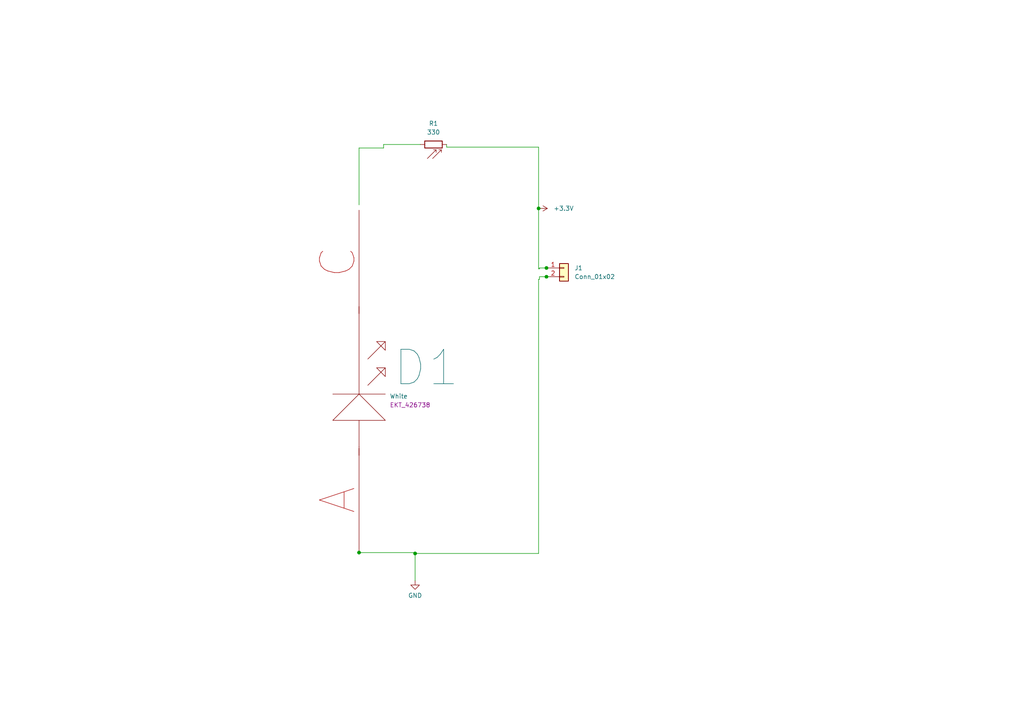
<source format=kicad_sch>
(kicad_sch (version 20230121) (generator eeschema)
  (paper "A4")
  (title_block (title "Robert Feranec Toturial") (date "2024-03-16") (rev "1.0") (comment 1 "https://youtu.be/maaBkw7IRUc?si=05hDTrThkmTYtXXj") (comment 2 "Drawn by: NK"))
  (lib_symbols
    (symbol "Connector_Generic:Conn_01x02" (pin_names (offset 1.016) hide)
      (property "Reference" "J" (at 0 2.54 0))
      (property "Value" "Conn_01x02" (at 0 -5.08 0))
      (symbol "Conn_01x02_1_1"
        (rectangle (start -1.27 -2.413) (end 0 -2.667) (stroke (width 0.1524)))
        (rectangle (start -1.27 0.127) (end 0 -0.127) (stroke (width 0.1524)))
        (rectangle (start -1.27 1.27) (end 1.27 -3.81) (stroke (width 0.254)) (fill (type background)))
        (pin passive line (at -5.08 0 0) (length 3.81) (name "Pin_1") (number "1"))
        (pin passive line (at -5.08 -2.54 0) (length 3.81) (name "Pin_2") (number "2"))
      )
    )
    (symbol "Device:R_Photo" (pin_numbers hide) (pin_names (offset 0))
      (property "Reference" "R" (at 1.27 1.27 0))
      (property "Value" "R_Photo" (at 1.27 0 0))
      (symbol "R_Photo_0_1"
        (rectangle (start -1.016 2.54) (end 1.016 -2.54) (stroke (width 0.254)))
        (polyline (pts (xy -1.524 -2.286) (xy -4.064 0.254)))
        (polyline (pts (xy -1.524 -2.286) (xy -2.286 -2.286)))
        (polyline (pts (xy -1.524 -2.286) (xy -1.524 -1.524)))
        (polyline (pts (xy -1.524 -0.762) (xy -4.064 1.778)))
        (polyline (pts (xy -1.524 -0.762) (xy -2.286 -0.762)))
        (polyline (pts (xy -1.524 -0.762) (xy -1.524 0)))
      )
      (symbol "R_Photo_1_1"
        (pin passive line (at 0 3.81 270) (length 1.27) (name "~") (number "1"))
        (pin passive line (at 0 -3.81 90) (length 1.27) (name "~") (number "2"))
      )
    )
    (symbol "Led project:LED" (pin_names (offset 0) hide)
      (property "Reference" "D1" (at -2.54 8.89 90))
      (property "Value" "White" (at 5.715 8.89 90))
      (property "PN" "EKT_426738" (at 8.255 8.89 90))
      (symbol "LED_0_1"
        (polyline (pts (xy 5.08 -7.62) (xy 5.08 7.62)))
        (polyline (pts (xy 5.08 0) (xy -20.32 0)))
        (polyline (pts (xy 5.08 0) (xy 12.7 7.62)))
        (polyline (pts (xy 10.16 0) (xy 10.16 0)))
        (polyline (pts (xy 20.32 0) (xy 12.7 0)))
        (polyline (pts (xy 20.32 0) (xy 22.86 0)))
        (polyline (pts (xy 12.7 7.62) (xy 12.7 -5.08) (xy 12.7 -7.62) (xy 5.08 0)))
        (polyline (pts (xy -5.08 2.54) (xy -10.16 7.62) (xy -7.62 7.62) (xy -10.16 5.08) (xy -10.16 7.62)))
        (polyline (pts (xy 2.54 2.54) (xy -2.54 7.62) (xy 0 7.62) (xy -2.54 5.08) (xy -2.54 7.62)))
      )
      (symbol "LED_1_0"
        (pin passive line (at -48.26 0 0) (length 30) (name "Cathode") (number "C"))
      )
      (symbol "LED_1_1"
        (pin passive line (at 50.8 0 180) (length 30) (name "Anode") (number "A"))
      )
    )
    (symbol "power:+3.3V" (power) (pin_names (offset 0))
      (property "Value" "+3.3V" (at 0 3.556 0))
      (symbol "+3.3V_0_1"
        (polyline (pts (xy -0.762 1.27) (xy 0 2.54)))
        (polyline (pts (xy 0 0) (xy 0 2.54)))
        (polyline (pts (xy 0 2.54) (xy 0.762 1.27)))
      )
      (symbol "+3.3V_1_1"
        (pin power_in line (at 0 0 90) (length 0) hide (name "+3.3V") (number "1"))
      )
    )
    (symbol "power:GND" (power) (pin_names (offset 0))
      (property "Value" "GND" (at 0 -3.81 0))
      (symbol "GND_0_1"
        (polyline (pts (xy 0 0) (xy 0 -1.27) (xy 1.27 -1.27) (xy 0 -2.54) (xy -1.27 -1.27) (xy 0 -1.27)))
      )
      (symbol "GND_1_1"
        (pin power_in line (at 0 0 270) (length 0) hide (name "GND") (number "1"))
      )
    )
  )
  (junction (at 104.14 160.274))
  (junction (at 156.21 60.452))
  (junction (at 120.396 160.528))
  (junction (at 158.496 80.264))
  (junction (at 158.496 77.724))
  (wire (pts (xy 120.396 160.528) (xy 120.396 160.274)))
  (wire (pts (xy 129.54 41.91) (xy 129.54 42.672)))
  (wire (pts (xy 104.14 42.926) (xy 104.14 59.436)))
  (wire (pts (xy 156.21 81.026) (xy 156.464 81.026)))
  (wire (pts (xy 156.21 42.672) (xy 156.21 60.452)))
  (wire (pts (xy 120.396 168.402) (xy 120.396 160.528)))
  (wire (pts (xy 156.21 160.528) (xy 156.21 81.026)))
  (wire (pts (xy 158.496 80.264) (xy 159.258 80.264)))
  (wire (pts (xy 158.75 77.724) (xy 158.496 77.724)))
  (wire (pts (xy 104.14 160.02) (xy 104.14 160.274)))
  (wire (pts (xy 156.464 77.978) (xy 156.464 77.724)))
  (wire (pts (xy 156.464 81.026) (xy 156.464 80.264)))
  (wire (pts (xy 156.464 77.978) (xy 156.21 77.978)))
  (wire (pts (xy 156.21 60.452) (xy 156.21 77.978)))
  (wire (pts (xy 120.396 160.528) (xy 156.21 160.528)))
  (wire (pts (xy 129.54 42.672) (xy 156.21 42.672)))
  (wire (pts (xy 121.92 41.91) (xy 111.252 41.91)))
  (wire (pts (xy 111.252 41.91) (xy 111.252 42.926)))
  (wire (pts (xy 156.464 77.724) (xy 158.496 77.724)))
  (wire (pts (xy 103.632 160.274) (xy 104.14 160.274)))
  (wire (pts (xy 156.464 80.264) (xy 158.496 80.264)))
  (wire (pts (xy 111.252 42.926) (xy 104.14 42.926)))
  (wire (pts (xy 104.14 160.274) (xy 120.396 160.274)))
  (symbol (lib_id "Led project:LED") (at 104.14 109.22 270) (unit 1)
    (property "Reference" "D1" (at 113.03 106.68 90) (effects (font (size 10 10)) (justify left)))
    (property "Value" "White" (at 113.03 114.935 90) (effects (justify left)))
    (property "Footprint" "myPCBLib:LED0603" (effects hide))
    (property "PN" "EKT_426738" (at 113.03 117.475 90) (effects (justify left)))
    (property "JLCPCB" "C965805" (effects hide))
    (property "MPN" "XL-1608SYGC-06" (effects hide))
    (property "Manufacturer" "XINGLIGHT" (effects hide))
  )
  (symbol (lib_id "power:+3.3V") (at 156.21 60.452 270) (unit 1)
    (property "Reference" "#PWR02" (effects hide))
    (property "Value" "+3.3V" (at 160.528 60.452 90) (effects (justify left)))
  )
  (symbol (lib_id "Device:R_Photo") (at 125.73 41.91 90) (unit 1)
    (property "Reference" "R1" (at 125.73 35.814 90))
    (property "Value" "330" (at 125.73 38.354 90))
    (property "Footprint" "Resistor_SMD:R_0805_2012Metric" (effects hide))
    (property "PN" "something" (effects hide))
    (property "JLCPCB" "C23138" (effects hide))
    (property "MPN" "0603WAF3300T5E" (effects hide))
    (property "Manufacturer" "UNI-ROYAL(Uniroyal Elec)" (effects hide))
  )
  (symbol (lib_id "Connector_Generic:Conn_01x02") (at 163.576 77.724 0) (unit 1)
    (property "Reference" "J1" (at 166.624 77.724 0) (effects (justify left)))
    (property "Value" "Conn_01x02" (at 166.624 80.264 0) (effects (justify left)))
    (property "Footprint" "Connector_Molex:Molex_KK-254_AE-6410-02A_1x02_P2.54mm_Vertical" (effects hide))
    (property "PN" "anything" (effects hide))
    (property "JLCPCB" "C5116481" (effects hide))
    (property "MPN" "2.54-1*2" (effects hide))
    (property "Manufacturer" "ZHOURI" (effects hide))
  )
  (symbol (lib_id "power:GND") (at 120.396 168.402 0) (unit 1)
    (property "Reference" "#PWR01" (effects hide))
    (property "Value" "GND" (at 120.396 172.72 0))
  )
)
</source>
